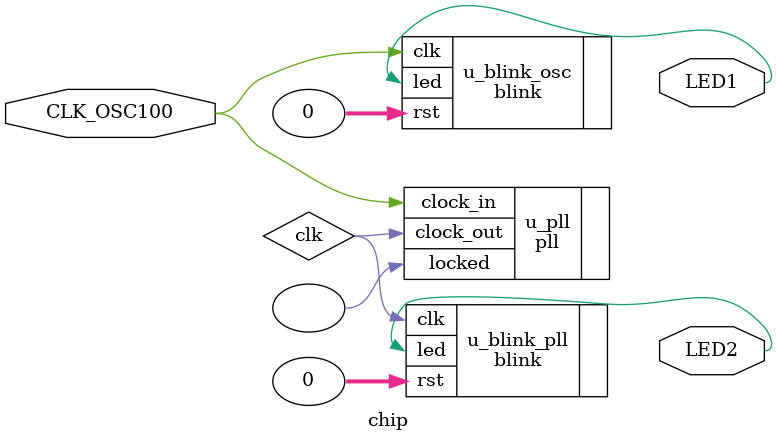
<source format=v>

module chip (
	// 100MHz clock input
	input  CLK_OSC100,

	output LED1,
	output LED2
	);

	wire clk;
	
	blink u_blink_osc (
		.clk(CLK_OSC100),
		.rst(0),
		.led(LED1)
	);


	pll u_pll(
		.clock_in(CLK_OSC100),
		.clock_out(clk),
		.locked()
	);


	blink u_blink_pll (
		.clk(clk),
		.rst(0),
		.led(LED2)
	);

endmodule

</source>
